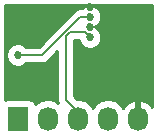
<source format=gbl>
%TF.GenerationSoftware,KiCad,Pcbnew,4.0.4+e1-6308~48~ubuntu16.04.1-stable*%
%TF.CreationDate,2016-12-31T17:29:36-08:00*%
%TF.ProjectId,mma7660-sensor-breakout,6D6D61373636302D73656E736F722D62,v1.0*%
%TF.FileFunction,Copper,L2,Bot,Signal*%
%FSLAX46Y46*%
G04 Gerber Fmt 4.6, Leading zero omitted, Abs format (unit mm)*
G04 Created by KiCad (PCBNEW 4.0.4+e1-6308~48~ubuntu16.04.1-stable) date Sat Dec 31 17:29:36 2016*
%MOMM*%
%LPD*%
G01*
G04 APERTURE LIST*
%ADD10C,0.350000*%
%ADD11R,1.727200X2.032000*%
%ADD12O,1.727200X2.032000*%
%ADD13C,0.685800*%
%ADD14C,0.152400*%
%ADD15C,0.254000*%
%ADD16C,0.330200*%
%ADD17C,0.350000*%
G04 APERTURE END LIST*
D10*
D11*
X142748000Y-113728500D03*
D12*
X145288000Y-113728500D03*
X147828000Y-113728500D03*
X150368000Y-113728500D03*
X152908000Y-113728500D03*
D13*
X148844539Y-105079789D03*
X142748000Y-108331000D03*
X151828500Y-109283500D03*
X148844000Y-105918000D03*
X148842958Y-104241579D03*
X151765000Y-104330500D03*
X143891000Y-107442000D03*
X143764000Y-104648000D03*
X148844000Y-106807000D03*
D14*
X148359606Y-105079789D02*
X148844539Y-105079789D01*
X144793434Y-108331000D02*
X148044645Y-105079789D01*
X142748000Y-108331000D02*
X144793434Y-108331000D01*
X148044645Y-105079789D02*
X148359606Y-105079789D01*
X148844000Y-105918000D02*
X149519433Y-105918000D01*
X149519433Y-105918000D02*
X150241000Y-105918000D01*
X147828000Y-113728500D02*
X147828000Y-113131600D01*
X147828000Y-113131600D02*
X147472400Y-112776000D01*
X146812000Y-112115600D02*
X147828000Y-113131600D01*
X147828000Y-113131600D02*
X147828000Y-113284000D01*
X146812000Y-106743500D02*
X146812000Y-112115600D01*
X148399500Y-106362500D02*
X147193000Y-106362500D01*
X147193000Y-106362500D02*
X146812000Y-106743500D01*
X148844000Y-106807000D02*
X148399500Y-106362500D01*
D15*
G36*
X154103000Y-112705665D02*
X153810036Y-112377768D01*
X153282791Y-112123791D01*
X153267026Y-112121142D01*
X153035000Y-112242283D01*
X153035000Y-113601500D01*
X153055000Y-113601500D01*
X153055000Y-113855500D01*
X153035000Y-113855500D01*
X153035000Y-113875500D01*
X152781000Y-113875500D01*
X152781000Y-113855500D01*
X152761000Y-113855500D01*
X152761000Y-113601500D01*
X152781000Y-113601500D01*
X152781000Y-112242283D01*
X152548974Y-112121142D01*
X152533209Y-112123791D01*
X152005964Y-112377768D01*
X151634461Y-112793569D01*
X151427670Y-112484085D01*
X150941489Y-112159229D01*
X150368000Y-112045155D01*
X149794511Y-112159229D01*
X149308330Y-112484085D01*
X149098000Y-112798866D01*
X148887670Y-112484085D01*
X148401489Y-112159229D01*
X147828000Y-112045155D01*
X147760725Y-112058537D01*
X147523200Y-111821012D01*
X147523200Y-107073700D01*
X147896109Y-107073700D01*
X148014493Y-107360212D01*
X148289341Y-107635540D01*
X148648630Y-107784730D01*
X149037663Y-107785069D01*
X149397212Y-107636507D01*
X149672540Y-107361659D01*
X149821730Y-107002370D01*
X149822069Y-106613337D01*
X149673507Y-106253788D01*
X149398659Y-105978460D01*
X149314718Y-105943605D01*
X149397751Y-105909296D01*
X149673079Y-105634448D01*
X149822269Y-105275159D01*
X149822608Y-104886126D01*
X149674046Y-104526577D01*
X149399198Y-104251249D01*
X149039909Y-104102059D01*
X148650876Y-104101720D01*
X148291327Y-104250282D01*
X148172813Y-104368589D01*
X148044645Y-104368589D01*
X147772481Y-104422726D01*
X147541751Y-104576894D01*
X144498846Y-107619800D01*
X143419794Y-107619800D01*
X143302659Y-107502460D01*
X142943370Y-107353270D01*
X142554337Y-107352931D01*
X142194788Y-107501493D01*
X141919460Y-107776341D01*
X141770270Y-108135630D01*
X141769931Y-108524663D01*
X141918493Y-108884212D01*
X142193341Y-109159540D01*
X142552630Y-109308730D01*
X142941663Y-109309069D01*
X143301212Y-109160507D01*
X143419726Y-109042200D01*
X144793434Y-109042200D01*
X145065599Y-108988063D01*
X145296328Y-108833894D01*
X146100800Y-108029422D01*
X146100800Y-112115600D01*
X146147491Y-112350329D01*
X145861489Y-112159229D01*
X145288000Y-112045155D01*
X144714511Y-112159229D01*
X144228330Y-112484085D01*
X144218757Y-112498413D01*
X144214762Y-112477183D01*
X144075690Y-112261059D01*
X143863490Y-112116069D01*
X143611600Y-112065060D01*
X141884400Y-112065060D01*
X141680000Y-112103521D01*
X141680000Y-104088000D01*
X154103000Y-104088000D01*
X154103000Y-112705665D01*
X154103000Y-112705665D01*
G37*
X154103000Y-112705665D02*
X153810036Y-112377768D01*
X153282791Y-112123791D01*
X153267026Y-112121142D01*
X153035000Y-112242283D01*
X153035000Y-113601500D01*
X153055000Y-113601500D01*
X153055000Y-113855500D01*
X153035000Y-113855500D01*
X153035000Y-113875500D01*
X152781000Y-113875500D01*
X152781000Y-113855500D01*
X152761000Y-113855500D01*
X152761000Y-113601500D01*
X152781000Y-113601500D01*
X152781000Y-112242283D01*
X152548974Y-112121142D01*
X152533209Y-112123791D01*
X152005964Y-112377768D01*
X151634461Y-112793569D01*
X151427670Y-112484085D01*
X150941489Y-112159229D01*
X150368000Y-112045155D01*
X149794511Y-112159229D01*
X149308330Y-112484085D01*
X149098000Y-112798866D01*
X148887670Y-112484085D01*
X148401489Y-112159229D01*
X147828000Y-112045155D01*
X147760725Y-112058537D01*
X147523200Y-111821012D01*
X147523200Y-107073700D01*
X147896109Y-107073700D01*
X148014493Y-107360212D01*
X148289341Y-107635540D01*
X148648630Y-107784730D01*
X149037663Y-107785069D01*
X149397212Y-107636507D01*
X149672540Y-107361659D01*
X149821730Y-107002370D01*
X149822069Y-106613337D01*
X149673507Y-106253788D01*
X149398659Y-105978460D01*
X149314718Y-105943605D01*
X149397751Y-105909296D01*
X149673079Y-105634448D01*
X149822269Y-105275159D01*
X149822608Y-104886126D01*
X149674046Y-104526577D01*
X149399198Y-104251249D01*
X149039909Y-104102059D01*
X148650876Y-104101720D01*
X148291327Y-104250282D01*
X148172813Y-104368589D01*
X148044645Y-104368589D01*
X147772481Y-104422726D01*
X147541751Y-104576894D01*
X144498846Y-107619800D01*
X143419794Y-107619800D01*
X143302659Y-107502460D01*
X142943370Y-107353270D01*
X142554337Y-107352931D01*
X142194788Y-107501493D01*
X141919460Y-107776341D01*
X141770270Y-108135630D01*
X141769931Y-108524663D01*
X141918493Y-108884212D01*
X142193341Y-109159540D01*
X142552630Y-109308730D01*
X142941663Y-109309069D01*
X143301212Y-109160507D01*
X143419726Y-109042200D01*
X144793434Y-109042200D01*
X145065599Y-108988063D01*
X145296328Y-108833894D01*
X146100800Y-108029422D01*
X146100800Y-112115600D01*
X146147491Y-112350329D01*
X145861489Y-112159229D01*
X145288000Y-112045155D01*
X144714511Y-112159229D01*
X144228330Y-112484085D01*
X144218757Y-112498413D01*
X144214762Y-112477183D01*
X144075690Y-112261059D01*
X143863490Y-112116069D01*
X143611600Y-112065060D01*
X141884400Y-112065060D01*
X141680000Y-112103521D01*
X141680000Y-104088000D01*
X154103000Y-104088000D01*
X154103000Y-112705665D01*
D16*
X148844539Y-105079789D03*
X142748000Y-108331000D03*
X151828500Y-109283500D03*
X148844000Y-105918000D03*
X148842958Y-104241579D03*
X151765000Y-104330500D03*
X143891000Y-107442000D03*
X143764000Y-104648000D03*
X148844000Y-106807000D03*
D17*
X142748000Y-113728500D03*
X145288000Y-113728500D03*
X147828000Y-113728500D03*
X150368000Y-113728500D03*
X152908000Y-113728500D03*
M02*

</source>
